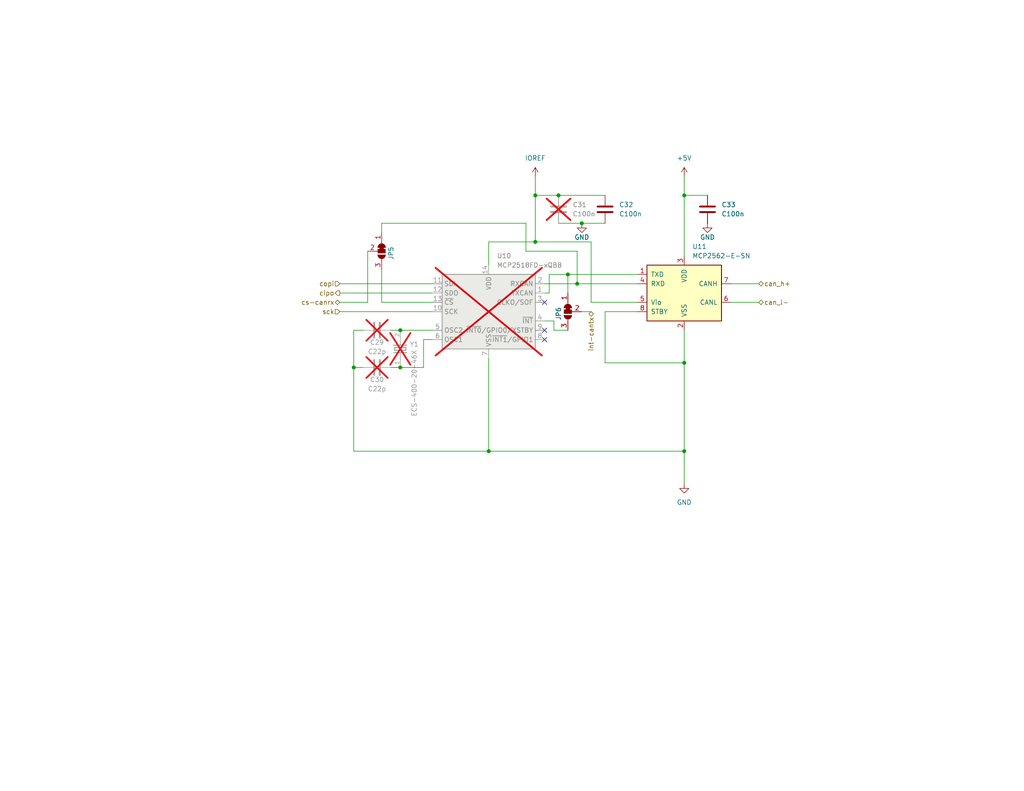
<source format=kicad_sch>
(kicad_sch (version 20231120) (generator "eeschema") (generator_version "8.0")
  (paper "USLetter")
  (title_block (title "Raspberry Pi Pico LCC Block Card") (date "2025-01-09") (rev "1") (company "TMRC") (comment 1 "Noah Paladino"))
  (lib_symbols
    (symbol "Device:C" (pin_numbers hide) (pin_names (offset 0.254))
      (property "Reference" "C" (at 0.635 2.54 0))
      (property "Value" "C" (at 0.635 -2.54 0))
      (symbol "C_0_1"
        (polyline (pts (xy -2.032 -0.762) (xy 2.032 -0.762)) (stroke (width 0.508)))
        (polyline (pts (xy -2.032 0.762) (xy 2.032 0.762)) (stroke (width 0.508)))
      )
      (symbol "C_1_1"
        (pin passive line (at 0 3.81 270) (length 2.794) (name "~") (number "1"))
        (pin passive line (at 0 -3.81 90) (length 2.794) (name "~") (number "2"))
      )
    )
    (symbol "ECS-400-20-46X:ECS-400-20-46X" (pin_names (offset 1.016))
      (property "Reference" "Y" (at -5.0925 2.5463 0))
      (property "Value" "ECS-400-20-46X" (at -5.0892 -4.3258 0))
      (symbol "ECS-400-20-46X_0_0"
        (polyline (pts (xy -2.54 0) (xy -1.016 0)) (stroke (width 0.1524)))
        (polyline (pts (xy -1.016 1.778) (xy -1.016 -1.778)) (stroke (width 0.254)))
        (polyline (pts (xy -0.381 -1.524) (xy 0.381 -1.524)) (stroke (width 0.254)))
        (polyline (pts (xy -0.381 1.524) (xy -0.381 -1.524)) (stroke (width 0.254)))
        (polyline (pts (xy 0.381 -1.524) (xy 0.381 1.524)) (stroke (width 0.254)))
        (polyline (pts (xy 0.381 1.524) (xy -0.381 1.524)) (stroke (width 0.254)))
        (polyline (pts (xy 1.016 0) (xy 2.54 0)) (stroke (width 0.1524)))
        (polyline (pts (xy 1.016 1.778) (xy 1.016 -1.778)) (stroke (width 0.254)))
        (pin passive line (at -5.08 0 0) (length 2.54) (name "~") (number "1"))
        (pin passive line (at 5.08 0 180) (length 2.54) (name "~") (number "2"))
      )
    )
    (symbol "Interface_CAN_LIN:MCP2518FD-xQBB"
      (property "Reference" "U" (at 8.89 13.97 0))
      (property "Value" "MCP2518FD-xQBB" (at -3.81 13.97 0))
      (symbol "MCP2518FD-xQBB_0_1"
        (rectangle (start -12.7 10.16) (end 12.7 -10.16) (stroke (width 0.254)) (fill (type background)))
      )
      (symbol "MCP2518FD-xQBB_1_1"
        (pin output line (at 15.24 5.08 180) (length 2.54) (name "TXCAN") (number "1"))
        (pin input line (at -15.24 0 0) (length 2.54) (name "SCK") (number "10"))
        (pin input line (at -15.24 7.62 0) (length 2.54) (name "SDI") (number "11"))
        (pin output line (at -15.24 5.08 0) (length 2.54) (name "SDO") (number "12"))
        (pin input line (at -15.24 2.54 0) (length 2.54) (name "~{CS}") (number "13"))
        (pin power_in line (at 0 12.7 270) (length 2.54) (name "VDD") (number "14"))
        (pin passive line (at 0 -12.7 90) (length 2.54) hide (name "VSS") (number "15"))
        (pin input line (at 15.24 7.62 180) (length 2.54) (name "RXCAN") (number "2"))
        (pin output line (at 15.24 2.54 180) (length 2.54) (name "CLKO/SOF") (number "3"))
        (pin output line (at 15.24 -2.54 180) (length 2.54) (name "~{INT}") (number "4"))
        (pin output line (at -15.24 -5.08 0) (length 2.54) (name "OSC2") (number "5"))
        (pin input line (at -15.24 -7.62 0) (length 2.54) (name "OSC1") (number "6"))
        (pin power_in line (at 0 -12.7 90) (length 2.54) (name "VSS") (number "7"))
        (pin bidirectional line (at 15.24 -7.62 180) (length 2.54) (name "~{INT1}/GPIO1") (number "8"))
        (pin bidirectional line (at 15.24 -5.08 180) (length 2.54) (name "~{INT0}/GPIO0/XSTBY") (number "9"))
      )
    )
    (symbol "Interface_CAN_LIN:MCP2562-E-SN" (pin_names (offset 1.016))
      (property "Reference" "U" (at -10.16 8.89 0))
      (property "Value" "MCP2562-E-SN" (at 2.54 8.89 0))
      (symbol "MCP2562-E-SN_0_1"
        (rectangle (start -10.16 7.62) (end 10.16 -7.62) (stroke (width 0.254)) (fill (type background)))
      )
      (symbol "MCP2562-E-SN_1_1"
        (pin input line (at -12.7 5.08 0) (length 2.54) (name "TXD") (number "1"))
        (pin power_in line (at 0 -10.16 90) (length 2.54) (name "VSS") (number "2"))
        (pin power_in line (at 0 10.16 270) (length 2.54) (name "VDD") (number "3"))
        (pin output line (at -12.7 2.54 0) (length 2.54) (name "RXD") (number "4"))
        (pin power_in line (at -12.7 -2.54 0) (length 2.54) (name "Vio") (number "5"))
        (pin bidirectional line (at 12.7 -2.54 180) (length 2.54) (name "CANL") (number "6"))
        (pin bidirectional line (at 12.7 2.54 180) (length 2.54) (name "CANH") (number "7"))
        (pin input line (at -12.7 -5.08 0) (length 2.54) (name "STBY") (number "8"))
      )
    )
    (symbol "Jumper:SolderJumper_3_Bridged12" (pin_names (offset 0) hide) (exclude_from_sim yes) (in_bom no)
      (property "Reference" "JP" (at -2.54 -2.54 0))
      (property "Value" "SolderJumper_3_Bridged12" (at 0 2.794 0))
      (symbol "SolderJumper_3_Bridged12_0_1"
        (rectangle (start -1.016 0.508) (end -0.508 -0.508) (fill (type outline)))
        (arc (start -1.016 1.016) (mid -2.0276 0) (end -1.016 -1.016))
        (arc (start -1.016 1.016) (mid -2.0276 0) (end -1.016 -1.016) (fill (type outline)))
        (rectangle (start -0.508 1.016) (end 0.508 -1.016) (fill (type outline)))
        (polyline (pts (xy -2.54 0) (xy -2.032 0)))
        (polyline (pts (xy -1.016 1.016) (xy -1.016 -1.016)))
        (polyline (pts (xy 0 -1.27) (xy 0 -1.016)))
        (polyline (pts (xy 1.016 1.016) (xy 1.016 -1.016)))
        (polyline (pts (xy 2.54 0) (xy 2.032 0)))
        (arc (start 1.016 -1.016) (mid 2.0276 0) (end 1.016 1.016))
        (arc (start 1.016 -1.016) (mid 2.0276 0) (end 1.016 1.016) (fill (type outline)))
      )
      (symbol "SolderJumper_3_Bridged12_1_1"
        (pin passive line (at -5.08 0 0) (length 2.54) (name "A") (number "1"))
        (pin passive line (at 0 -3.81 90) (length 2.54) (name "C") (number "2"))
        (pin passive line (at 5.08 0 180) (length 2.54) (name "B") (number "3"))
      )
    )
    (symbol "power:+5V" (power) (pin_numbers hide) (pin_names (offset 0) hide)
      (property "Value" "+5V" (at 0 3.556 0))
      (symbol "+5V_0_1"
        (polyline (pts (xy -0.762 1.27) (xy 0 2.54)))
        (polyline (pts (xy 0 0) (xy 0 2.54)))
        (polyline (pts (xy 0 2.54) (xy 0.762 1.27)))
      )
      (symbol "+5V_1_1"
        (pin power_in line (at 0 0 90) (length 0) (name "~") (number "1"))
      )
    )
    (symbol "power:GND" (power) (pin_numbers hide) (pin_names (offset 0) hide)
      (property "Value" "GND" (at 0 -3.81 0))
      (symbol "GND_0_1"
        (polyline (pts (xy 0 0) (xy 0 -1.27) (xy 1.27 -1.27) (xy 0 -2.54) (xy -1.27 -1.27) (xy 0 -1.27)))
      )
      (symbol "GND_1_1"
        (pin power_in line (at 0 0 270) (length 0) (name "~") (number "1"))
      )
    )
  )
  (junction (at 109.22 90.17))
  (junction (at 186.69 53.34))
  (junction (at 96.52 100.33))
  (junction (at 109.22 100.33))
  (junction (at 154.94 74.93))
  (junction (at 146.05 53.34))
  (junction (at 146.05 66.04))
  (junction (at 186.69 99.06))
  (junction (at 133.35 123.19))
  (junction (at 157.48 77.47))
  (junction (at 152.4 53.34))
  (junction (at 158.75 60.96))
  (junction (at 186.69 123.19))
  (no_connect (at 148.59 92.71))
  (no_connect (at 148.59 90.17))
  (no_connect (at 148.59 82.55))
  (wire (pts (xy 92.71 82.55) (xy 100.33 82.55)))
  (wire (pts (xy 152.4 53.34) (xy 165.1 53.34)))
  (wire (pts (xy 146.05 48.26) (xy 146.05 53.34)))
  (wire (pts (xy 96.52 90.17) (xy 96.52 100.33)))
  (wire (pts (xy 115.57 92.71) (xy 115.57 100.33)))
  (wire (pts (xy 154.94 74.93) (xy 149.86 74.93)))
  (wire (pts (xy 133.35 66.04) (xy 146.05 66.04)))
  (wire (pts (xy 146.05 66.04) (xy 161.29 66.04)))
  (wire (pts (xy 154.94 90.17) (xy 151.13 90.17)))
  (wire (pts (xy 104.14 60.96) (xy 104.14 63.5)))
  (wire (pts (xy 186.69 53.34) (xy 193.04 53.34)))
  (wire (pts (xy 106.68 90.17) (xy 109.22 90.17)))
  (wire (pts (xy 186.69 48.26) (xy 186.69 53.34)))
  (wire (pts (xy 186.69 99.06) (xy 186.69 90.17)))
  (wire (pts (xy 143.51 68.58) (xy 157.48 68.58)))
  (wire (pts (xy 207.01 82.55) (xy 199.39 82.55)))
  (wire (pts (xy 186.69 123.19) (xy 186.69 99.06)))
  (wire (pts (xy 149.86 74.93) (xy 149.86 80.01)))
  (wire (pts (xy 165.1 85.09) (xy 173.99 85.09)))
  (wire (pts (xy 104.14 82.55) (xy 118.11 82.55)))
  (wire (pts (xy 148.59 80.01) (xy 149.86 80.01)))
  (wire (pts (xy 151.13 90.17) (xy 151.13 87.63)))
  (wire (pts (xy 109.22 100.33) (xy 115.57 100.33)))
  (wire (pts (xy 92.71 80.01) (xy 118.11 80.01)))
  (wire (pts (xy 161.29 85.09) (xy 158.75 85.09)))
  (wire (pts (xy 154.94 74.93) (xy 154.94 80.01)))
  (wire (pts (xy 96.52 100.33) (xy 96.52 123.19)))
  (wire (pts (xy 104.14 73.66) (xy 104.14 82.55)))
  (wire (pts (xy 186.69 53.34) (xy 186.69 69.85)))
  (wire (pts (xy 158.75 60.96) (xy 165.1 60.96)))
  (wire (pts (xy 99.06 90.17) (xy 96.52 90.17)))
  (wire (pts (xy 173.99 74.93) (xy 154.94 74.93)))
  (wire (pts (xy 161.29 82.55) (xy 173.99 82.55)))
  (wire (pts (xy 161.29 66.04) (xy 161.29 82.55)))
  (wire (pts (xy 106.68 100.33) (xy 109.22 100.33)))
  (wire (pts (xy 96.52 123.19) (xy 133.35 123.19)))
  (wire (pts (xy 186.69 123.19) (xy 133.35 123.19)))
  (wire (pts (xy 104.14 60.96) (xy 143.51 60.96)))
  (wire (pts (xy 152.4 60.96) (xy 158.75 60.96)))
  (wire (pts (xy 118.11 92.71) (xy 115.57 92.71)))
  (wire (pts (xy 92.71 77.47) (xy 118.11 77.47)))
  (wire (pts (xy 157.48 68.58) (xy 157.48 77.47)))
  (wire (pts (xy 92.71 85.09) (xy 118.11 85.09)))
  (wire (pts (xy 133.35 97.79) (xy 133.35 123.19)))
  (wire (pts (xy 207.01 77.47) (xy 199.39 77.47)))
  (wire (pts (xy 165.1 85.09) (xy 165.1 99.06)))
  (wire (pts (xy 96.52 100.33) (xy 99.06 100.33)))
  (wire (pts (xy 146.05 53.34) (xy 146.05 66.04)))
  (wire (pts (xy 186.69 99.06) (xy 165.1 99.06)))
  (wire (pts (xy 151.13 87.63) (xy 148.59 87.63)))
  (wire (pts (xy 157.48 77.47) (xy 173.99 77.47)))
  (wire (pts (xy 148.59 77.47) (xy 157.48 77.47)))
  (wire (pts (xy 109.22 90.17) (xy 118.11 90.17)))
  (wire (pts (xy 146.05 53.34) (xy 152.4 53.34)))
  (wire (pts (xy 186.69 132.08) (xy 186.69 123.19)))
  (wire (pts (xy 133.35 66.04) (xy 133.35 72.39)))
  (wire (pts (xy 100.33 68.58) (xy 100.33 82.55)))
  (wire (pts (xy 143.51 60.96) (xy 143.51 68.58)))
  (hierarchical_label "cipo" (shape output) (at 92.71 80.01 180))
  (hierarchical_label "copi" (shape input) (at 92.71 77.47 180))
  (hierarchical_label "cs-canrx" (shape bidirectional) (at 92.71 82.55 180))
  (hierarchical_label "can_h+" (shape bidirectional) (at 207.01 77.47 0))
  (hierarchical_label "can_l-" (shape bidirectional) (at 207.01 82.55 0))
  (hierarchical_label "sck" (shape input) (at 92.71 85.09 180))
  (hierarchical_label "int-cantx" (shape bidirectional) (at 161.29 85.09 270))
  (symbol (lib_id "Device:C") (at 102.87 90.17 90) (unit 1) (dnp yes)
    (property "Reference" "C29" (at 102.87 93.472 90))
    (property "Value" "C22p" (at 102.87 96.012 90))
    (property "Footprint" "Capacitor_SMD:C_0805_2012Metric_Pad1.18x1.45mm_HandSolder" (effects (hide yes)))
    (property "Description" "Unpolarized capacitor" (effects (hide yes)))
  )
  (symbol (lib_id "power:GND") (at 186.69 132.08 0) (unit 1)
    (property "Reference" "#PWR039" (effects (hide yes)))
    (property "Value" "GND" (at 186.69 137.16 0))
    (property "Description" "Power symbol creates a global label with name \"GND\" , ground" (effects (hide yes)))
  )
  (symbol (lib_id "Jumper:SolderJumper_3_Bridged12") (at 154.94 85.09 90) (mirror x) (unit 1) (exclude_from_sim yes) (in_bom no)
    (property "Reference" "JP6" (at 152.4 83.8199 0) (effects (justify left)))
    (property "Value" "SolderJumper_3_Bridged12" (effects (hide yes)))
    (property "Footprint" "Jumper:SolderJumper-3_P1.3mm_Bridged12_RoundedPad1.0x1.5mm_NumberLabels" (effects (hide yes)))
    (property "Description" "3-pole Solder Jumper, pins 1+2 closed/bridged" (effects (hide yes)))
  )
  (symbol (lib_id "power:GND") (at 193.04 60.96 0) (unit 1)
    (property "Reference" "#PWR040" (effects (hide yes)))
    (property "Value" "GND" (at 193.04 64.77 0))
    (property "Description" "Power symbol creates a global label with name \"GND\" , ground" (effects (hide yes)))
  )
  (symbol (lib_id "Jumper:SolderJumper_3_Bridged12") (at 104.14 68.58 270) (unit 1) (exclude_from_sim yes) (in_bom no)
    (property "Reference" "JP5" (at 106.68 67.3099 0) (effects (justify left)))
    (property "Value" "SolderJumper_3_Bridged12" (effects (hide yes)))
    (property "Footprint" "Jumper:SolderJumper-3_P1.3mm_Bridged12_RoundedPad1.0x1.5mm_NumberLabels" (effects (hide yes)))
    (property "Description" "3-pole Solder Jumper, pins 1+2 closed/bridged" (effects (hide yes)))
  )
  (symbol (lib_id "ECS-400-20-46X:ECS-400-20-46X") (at 109.22 95.25 90) (unit 1) (dnp yes)
    (property "Reference" "Y1" (at 111.76 93.9799 90) (effects (justify right)))
    (property "Value" "ECS-400-20-46X" (at 113.03 95.504 0) (effects (justify right)))
    (property "Footprint" "ECS_400_20_46X:XTAL_ECS-400-20-46X" (effects (hide yes)))
    (property "MANUFACTURER" "ECS Inc." (effects (hide yes)))
    (property "STANDARD" "IPC-7251" (effects (hide yes)))
  )
  (symbol (lib_id "power:+5V") (at 146.05 48.26 0) (unit 1)
    (property "Reference" "#PWR036" (effects (hide yes)))
    (property "Value" "IOREF" (at 146.05 43.18 0))
    (property "Description" "Power symbol creates a global label with name \"+5V\"" (effects (hide yes)))
  )
  (symbol (lib_id "Interface_CAN_LIN:MCP2518FD-xQBB") (at 133.35 85.09 0) (unit 1) (dnp yes)
    (property "Reference" "U10" (at 135.5441 69.85 0) (effects (justify left)))
    (property "Value" "MCP2518FD-xQBB" (at 135.5441 72.39 0) (effects (justify left)))
    (property "Footprint" "Package_SO:SOIC-14_3.9x8.7mm_P1.27mm" (effects (hide yes)))
    (property "Datasheet" "https://ww1.microchip.com/downloads/aemDocuments/documents/OTH/ProductDocuments/DataSheets/External-CAN-FD-Controller-with-SPI-Interface-DS20006027B.pdf" (effects (hide yes)))
    (property "Description" "CAN FD Controller with SPI Interface, up to 8 Mbps, Vdd 2.7..5.5V,  functional safety ready, VDFN-14" (effects (hide yes)))
  )
  (symbol (lib_id "Interface_CAN_LIN:MCP2562-E-SN") (at 186.69 80.01 0) (unit 1)
    (property "Reference" "U11" (at 188.8841 67.31 0) (effects (justify left)))
    (property "Value" "MCP2562-E-SN" (at 188.8841 69.85 0) (effects (justify left)))
    (property "Footprint" "Package_SO:SOIC-8_3.9x4.9mm_P1.27mm" (effects (hide yes)))
    (property "Datasheet" "http://ww1.microchip.com/downloads/en/DeviceDoc/25167A.pdf" (effects (hide yes)))
    (property "Description" "High-Speed CAN Transceiver, 1Mbps, 5V supply, Vio pin, -40C to +125C, SOIC-8" (effects (hide yes)))
    (property "MANUFACTURER" "Microchip" (effects (hide yes)))
    (property "Manufacturer Part Number" "MCP2562-E-SN" (effects (hide yes)))
  )
  (symbol (lib_id "power:GND") (at 158.75 60.96 0) (unit 1)
    (property "Reference" "#PWR037" (effects (hide yes)))
    (property "Value" "GND" (at 158.75 64.77 0))
    (property "Description" "Power symbol creates a global label with name \"GND\" , ground" (effects (hide yes)))
  )
  (symbol (lib_id "Device:C") (at 152.4 57.15 0) (unit 1) (dnp yes)
    (property "Reference" "C31" (at 156.21 55.8799 0) (effects (justify left)))
    (property "Value" "C100n" (at 156.21 58.4199 0) (effects (justify left)))
    (property "Footprint" "Capacitor_SMD:C_0805_2012Metric_Pad1.18x1.45mm_HandSolder" (effects (hide yes)))
    (property "Description" "Unpolarized capacitor" (effects (hide yes)))
  )
  (symbol (lib_id "power:+5V") (at 186.69 48.26 0) (unit 1)
    (property "Reference" "#PWR038" (effects (hide yes)))
    (property "Value" "+5V" (at 186.69 43.18 0))
    (property "Description" "Power symbol creates a global label with name \"+5V\"" (effects (hide yes)))
  )
  (symbol (lib_id "Device:C") (at 102.87 100.33 90) (unit 1) (dnp yes)
    (property "Reference" "C30" (at 102.87 103.632 90))
    (property "Value" "C22p" (at 102.87 106.172 90))
    (property "Footprint" "Capacitor_SMD:C_0805_2012Metric_Pad1.18x1.45mm_HandSolder" (effects (hide yes)))
    (property "Description" "Unpolarized capacitor" (effects (hide yes)))
  )
  (symbol (lib_id "Device:C") (at 193.04 57.15 0) (unit 1)
    (property "Reference" "C33" (at 196.85 55.8799 0) (effects (justify left)))
    (property "Value" "C100n" (at 196.85 58.4199 0) (effects (justify left)))
    (property "Footprint" "Capacitor_SMD:C_0805_2012Metric_Pad1.18x1.45mm_HandSolder" (effects (hide yes)))
    (property "Description" "Unpolarized capacitor" (effects (hide yes)))
    (property "MANUFACTURER" "Samsung" (effects (hide yes)))
    (property "Manufacturer Part Number" "CL21B104KACNFNC" (effects (hide yes)))
  )
  (symbol (lib_id "Device:C") (at 165.1 57.15 0) (unit 1)
    (property "Reference" "C32" (at 168.91 55.8799 0) (effects (justify left)))
    (property "Value" "C100n" (at 168.91 58.4199 0) (effects (justify left)))
    (property "Footprint" "Capacitor_SMD:C_0805_2012Metric_Pad1.18x1.45mm_HandSolder" (effects (hide yes)))
    (property "Description" "Unpolarized capacitor" (effects (hide yes)))
    (property "MANUFACTURER" "Samsung" (effects (hide yes)))
    (property "Manufacturer Part Number" "CL21B104KACNFNC" (effects (hide yes)))
  )
)
</source>
